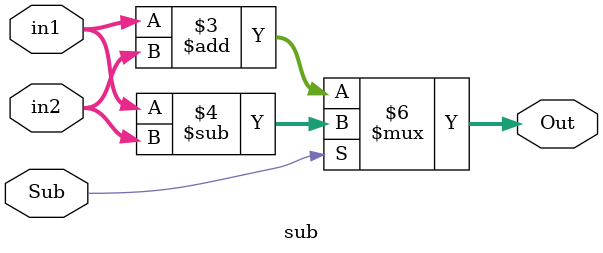
<source format=v>
module sub(
	input Sub,
	input [7:0] in1, in2,
	output reg [7:0] Out);
	
	always@(in1,in2,Sub) begin
		if(!Sub) Out = in1 + in2;
		else 
			Out = in1 - in2;
	end 
endmodule 
</source>
